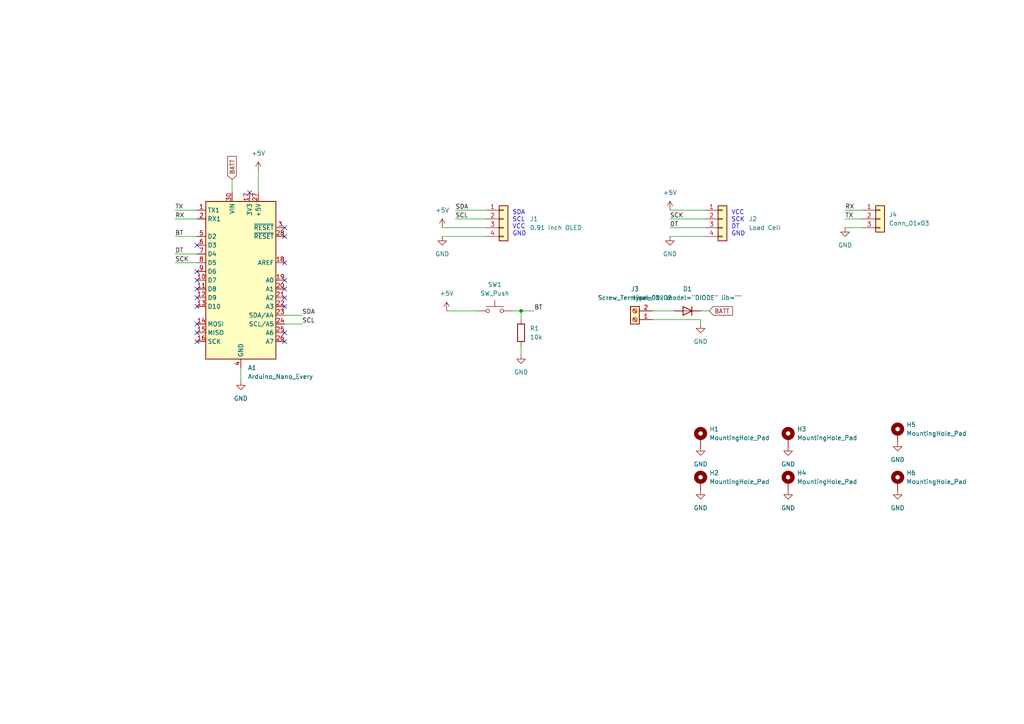
<source format=kicad_sch>
(kicad_sch (version 20211123) (generator eeschema)
  (paper "A4")
  (lib_symbols
    (symbol "Connector:Screw_Terminal_01x02" (pin_names (offset 1.016) hide)
      (property "Reference" "J" (at 0 2.54 0))
      (property "Value" "Screw_Terminal_01x02" (at 0 -5.08 0))
      (symbol "Screw_Terminal_01x02_1_1"
        (rectangle (start -1.27 1.27) (end 1.27 -3.81) (stroke (width 0.254)) (fill (type background)))
        (circle (center 0 -2.54) (radius 0.635) (stroke (width 0.1524)))
        (polyline (pts (xy -0.5334 -2.2098) (xy 0.3302 -3.048)) (stroke (width 0.1524)))
        (polyline (pts (xy -0.5334 0.3302) (xy 0.3302 -0.508)) (stroke (width 0.1524)))
        (polyline (pts (xy -0.3556 -2.032) (xy 0.508 -2.8702)) (stroke (width 0.1524)))
        (polyline (pts (xy -0.3556 0.508) (xy 0.508 -0.3302)) (stroke (width 0.1524)))
        (circle (center 0 0) (radius 0.635) (stroke (width 0.1524)))
        (pin passive line (at -5.08 0 0) (length 3.81) (name "Pin_1") (number "1"))
        (pin passive line (at -5.08 -2.54 0) (length 3.81) (name "Pin_2") (number "2"))
      )
    )
    (symbol "Connector_Generic:Conn_01x03" (pin_names (offset 1.016) hide)
      (property "Reference" "J" (at 0 5.08 0))
      (property "Value" "Conn_01x03" (at 0 -5.08 0))
      (symbol "Conn_01x03_1_1"
        (rectangle (start -1.27 -2.413) (end 0 -2.667) (stroke (width 0.1524)))
        (rectangle (start -1.27 0.127) (end 0 -0.127) (stroke (width 0.1524)))
        (rectangle (start -1.27 2.667) (end 0 2.413) (stroke (width 0.1524)))
        (rectangle (start -1.27 3.81) (end 1.27 -3.81) (stroke (width 0.254)) (fill (type background)))
        (pin passive line (at -5.08 2.54 0) (length 3.81) (name "Pin_1") (number "1"))
        (pin passive line (at -5.08 0 0) (length 3.81) (name "Pin_2") (number "2"))
        (pin passive line (at -5.08 -2.54 0) (length 3.81) (name "Pin_3") (number "3"))
      )
    )
    (symbol "Connector_Generic:Conn_01x04" (pin_names (offset 1.016) hide)
      (property "Reference" "J" (at 0 5.08 0))
      (property "Value" "Conn_01x04" (at 0 -7.62 0))
      (symbol "Conn_01x04_1_1"
        (rectangle (start -1.27 -4.953) (end 0 -5.207) (stroke (width 0.1524)))
        (rectangle (start -1.27 -2.413) (end 0 -2.667) (stroke (width 0.1524)))
        (rectangle (start -1.27 0.127) (end 0 -0.127) (stroke (width 0.1524)))
        (rectangle (start -1.27 2.667) (end 0 2.413) (stroke (width 0.1524)))
        (rectangle (start -1.27 3.81) (end 1.27 -6.35) (stroke (width 0.254)) (fill (type background)))
        (pin passive line (at -5.08 2.54 0) (length 3.81) (name "Pin_1") (number "1"))
        (pin passive line (at -5.08 0 0) (length 3.81) (name "Pin_2") (number "2"))
        (pin passive line (at -5.08 -2.54 0) (length 3.81) (name "Pin_3") (number "3"))
        (pin passive line (at -5.08 -5.08 0) (length 3.81) (name "Pin_4") (number "4"))
      )
    )
    (symbol "Device:R" (pin_numbers hide) (pin_names (offset 0))
      (property "Reference" "R" (at 2.032 0 90))
      (property "Value" "R" (at 0 0 90))
      (symbol "R_0_1"
        (rectangle (start -1.016 -2.54) (end 1.016 2.54) (stroke (width 0.254)))
      )
      (symbol "R_1_1"
        (pin passive line (at 0 3.81 270) (length 1.27) (name "~") (number "1"))
        (pin passive line (at 0 -3.81 90) (length 1.27) (name "~") (number "2"))
      )
    )
    (symbol "MCU_Module:Arduino_Nano_Every"
      (property "Reference" "A" (at -10.16 23.495 0))
      (property "Value" "Arduino_Nano_Every" (at 5.08 -24.13 0))
      (symbol "Arduino_Nano_Every_0_1"
        (rectangle (start -10.16 22.86) (end 10.16 -22.86) (stroke (width 0.254)) (fill (type background)))
      )
      (symbol "Arduino_Nano_Every_1_1"
        (pin bidirectional line (at -12.7 20.32 0) (length 2.54) (name "TX1") (number "1"))
        (pin bidirectional line (at -12.7 0 0) (length 2.54) (name "D7") (number "10"))
        (pin bidirectional line (at -12.7 -2.54 0) (length 2.54) (name "D8") (number "11"))
        (pin bidirectional line (at -12.7 -5.08 0) (length 2.54) (name "D9") (number "12"))
        (pin bidirectional line (at -12.7 -7.62 0) (length 2.54) (name "D10") (number "13"))
        (pin bidirectional line (at -12.7 -12.7 0) (length 2.54) (name "MOSI") (number "14"))
        (pin bidirectional line (at -12.7 -15.24 0) (length 2.54) (name "MISO") (number "15"))
        (pin bidirectional line (at -12.7 -17.78 0) (length 2.54) (name "SCK") (number "16"))
        (pin power_out line (at 2.54 25.4 270) (length 2.54) (name "3V3") (number "17"))
        (pin input line (at 12.7 5.08 180) (length 2.54) (name "AREF") (number "18"))
        (pin bidirectional line (at 12.7 0 180) (length 2.54) (name "A0") (number "19"))
        (pin bidirectional line (at -12.7 17.78 0) (length 2.54) (name "RX1") (number "2"))
        (pin bidirectional line (at 12.7 -2.54 180) (length 2.54) (name "A1") (number "20"))
        (pin bidirectional line (at 12.7 -5.08 180) (length 2.54) (name "A2") (number "21"))
        (pin bidirectional line (at 12.7 -7.62 180) (length 2.54) (name "A3") (number "22"))
        (pin bidirectional line (at 12.7 -10.16 180) (length 2.54) (name "SDA/A4") (number "23"))
        (pin bidirectional line (at 12.7 -12.7 180) (length 2.54) (name "SCL/A5") (number "24"))
        (pin bidirectional line (at 12.7 -15.24 180) (length 2.54) (name "A6") (number "25"))
        (pin bidirectional line (at 12.7 -17.78 180) (length 2.54) (name "A7") (number "26"))
        (pin power_out line (at 5.08 25.4 270) (length 2.54) (name "+5V") (number "27"))
        (pin input line (at 12.7 12.7 180) (length 2.54) (name "~{RESET}") (number "28"))
        (pin passive line (at 0 -25.4 90) (length 2.54) hide (name "GND") (number "29"))
        (pin input line (at 12.7 15.24 180) (length 2.54) (name "~{RESET}") (number "3"))
        (pin power_in line (at -2.54 25.4 270) (length 2.54) (name "VIN") (number "30"))
        (pin power_in line (at 0 -25.4 90) (length 2.54) (name "GND") (number "4"))
        (pin bidirectional line (at -12.7 12.7 0) (length 2.54) (name "D2") (number "5"))
        (pin bidirectional line (at -12.7 10.16 0) (length 2.54) (name "D3") (number "6"))
        (pin bidirectional line (at -12.7 7.62 0) (length 2.54) (name "D4") (number "7"))
        (pin bidirectional line (at -12.7 5.08 0) (length 2.54) (name "D5") (number "8"))
        (pin bidirectional line (at -12.7 2.54 0) (length 2.54) (name "D6") (number "9"))
      )
    )
    (symbol "Mechanical:MountingHole_Pad" (pin_numbers hide) (pin_names (offset 1.016) hide)
      (property "Reference" "H" (at 0 6.35 0))
      (property "Value" "MountingHole_Pad" (at 0 4.445 0))
      (symbol "MountingHole_Pad_0_1"
        (circle (center 0 1.27) (radius 1.27) (stroke (width 1.27)))
      )
      (symbol "MountingHole_Pad_1_1"
        (pin input line (at 0 -2.54 90) (length 2.54) (name "1") (number "1"))
      )
    )
    (symbol "Simulation_SPICE:DIODE" (pin_numbers hide) (pin_names (offset 1.016) hide)
      (property "Reference" "D" (at 0 2.54 0))
      (property "Value" "DIODE" (at 0 -2.54 0))
      (symbol "DIODE_0_1"
        (polyline (pts (xy 1.27 0) (xy -1.27 0)))
        (polyline (pts (xy 1.27 1.27) (xy 1.27 -1.27)) (stroke (width 0.254)))
        (polyline (pts (xy -1.27 -1.27) (xy -1.27 1.27) (xy 1.27 0) (xy -1.27 -1.27)) (stroke (width 0.254)))
      )
      (symbol "DIODE_1_1"
        (pin passive line (at -3.81 0 0) (length 2.54) (name "A") (number "1"))
        (pin passive line (at 3.81 0 180) (length 2.54) (name "K") (number "2"))
      )
    )
    (symbol "Switch:SW_Push" (pin_numbers hide) (pin_names (offset 1.016) hide)
      (property "Reference" "SW" (at 1.27 2.54 0))
      (property "Value" "SW_Push" (at 0 -1.524 0))
      (symbol "SW_Push_0_1"
        (circle (center -2.032 0) (radius 0.508))
        (polyline (pts (xy 0 1.27) (xy 0 3.048)))
        (polyline (pts (xy 2.54 1.27) (xy -2.54 1.27)))
        (circle (center 2.032 0) (radius 0.508))
        (pin passive line (at -5.08 0 0) (length 2.54) (name "1") (number "1"))
        (pin passive line (at 5.08 0 180) (length 2.54) (name "2") (number "2"))
      )
    )
    (symbol "power:+5V" (power) (pin_names (offset 0))
      (property "Value" "+5V" (at 0 3.556 0))
      (symbol "+5V_0_1"
        (polyline (pts (xy -0.762 1.27) (xy 0 2.54)))
        (polyline (pts (xy 0 0) (xy 0 2.54)))
        (polyline (pts (xy 0 2.54) (xy 0.762 1.27)))
      )
      (symbol "+5V_1_1"
        (pin power_in line (at 0 0 90) (length 0) hide (name "+5V") (number "1"))
      )
    )
    (symbol "power:GND" (power) (pin_names (offset 0))
      (property "Value" "GND" (at 0 -3.81 0))
      (symbol "GND_0_1"
        (polyline (pts (xy 0 0) (xy 0 -1.27) (xy 1.27 -1.27) (xy 0 -2.54) (xy -1.27 -1.27) (xy 0 -1.27)))
      )
      (symbol "GND_1_1"
        (pin power_in line (at 0 0 270) (length 0) hide (name "GND") (number "1"))
      )
    )
  )
  (junction (at 151.13 90.17))
  (no_connect (at 57.15 83.82))
  (no_connect (at 57.15 78.74))
  (no_connect (at 82.55 81.28))
  (no_connect (at 57.15 88.9))
  (no_connect (at 82.55 88.9))
  (no_connect (at 57.15 86.36))
  (no_connect (at 82.55 99.06))
  (no_connect (at 57.15 93.98))
  (no_connect (at 72.39 55.88))
  (no_connect (at 82.55 66.04))
  (no_connect (at 57.15 71.12))
  (no_connect (at 82.55 68.58))
  (no_connect (at 82.55 76.2))
  (no_connect (at 57.15 81.28))
  (no_connect (at 82.55 83.82))
  (no_connect (at 57.15 99.06))
  (no_connect (at 82.55 86.36))
  (no_connect (at 82.55 96.52))
  (no_connect (at 57.15 96.52))
  (wire (pts (xy 245.11 60.96) (xy 250.19 60.96)))
  (wire (pts (xy 245.11 63.5) (xy 250.19 63.5)))
  (wire (pts (xy 250.19 66.04) (xy 245.11 66.04)))
  (wire (pts (xy 128.27 66.04) (xy 140.97 66.04)))
  (wire (pts (xy 129.54 90.17) (xy 138.43 90.17)))
  (wire (pts (xy 189.23 90.17) (xy 195.58 90.17)))
  (wire (pts (xy 203.2 90.17) (xy 205.74 90.17)))
  (wire (pts (xy 69.85 106.68) (xy 69.85 110.49)))
  (wire (pts (xy 50.8 60.96) (xy 57.15 60.96)))
  (wire (pts (xy 74.93 49.53) (xy 74.93 55.88)))
  (wire (pts (xy 189.23 92.71) (xy 203.2 92.71)))
  (wire (pts (xy 67.31 52.07) (xy 67.31 55.88)))
  (wire (pts (xy 50.8 73.66) (xy 57.15 73.66)))
  (wire (pts (xy 194.31 63.5) (xy 204.47 63.5)))
  (wire (pts (xy 151.13 100.33) (xy 151.13 102.87)))
  (wire (pts (xy 151.13 90.17) (xy 154.94 90.17)))
  (wire (pts (xy 82.55 93.98) (xy 87.63 93.98)))
  (wire (pts (xy 194.31 66.04) (xy 204.47 66.04)))
  (wire (pts (xy 151.13 90.17) (xy 148.59 90.17)))
  (wire (pts (xy 82.55 91.44) (xy 87.63 91.44)))
  (wire (pts (xy 132.08 60.96) (xy 140.97 60.96)))
  (wire (pts (xy 50.8 63.5) (xy 57.15 63.5)))
  (wire (pts (xy 194.31 68.58) (xy 204.47 68.58)))
  (wire (pts (xy 151.13 92.71) (xy 151.13 90.17)))
  (wire (pts (xy 194.31 60.96) (xy 204.47 60.96)))
  (wire (pts (xy 50.8 68.58) (xy 57.15 68.58)))
  (wire (pts (xy 128.27 68.58) (xy 140.97 68.58)))
  (wire (pts (xy 132.08 63.5) (xy 140.97 63.5)))
  (wire (pts (xy 50.8 76.2) (xy 57.15 76.2)))
  (wire (pts (xy 203.2 93.98) (xy 203.2 92.71)))
  (text "SDA\nSCL\nVCC\nGND" (at 148.59 68.58 0) (effects (font (size 1.27 1.27)) (justify left bottom)))
  (text "VCC\nSCK\nDT\nGND" (at 212.09 68.58 0) (effects (font (size 1.27 1.27)) (justify left bottom)))
  (label "SDA" (at 87.63 91.44 0))
  (label "BT" (at 50.8 68.58 0))
  (label "TX" (at 50.8 60.96 0))
  (label "SCK" (at 194.31 63.5 0))
  (label "SCK" (at 50.8 76.2 0))
  (label "DT" (at 194.31 66.04 0))
  (label "BT" (at 154.94 90.17 0))
  (label "SCL" (at 87.63 93.98 0))
  (label "SCL" (at 132.08 63.5 0))
  (label "RX" (at 50.8 63.5 0))
  (label "RX" (at 245.11 60.96 0))
  (label "TX" (at 245.11 63.5 0))
  (label "DT" (at 50.8 73.66 0))
  (label "SDA" (at 132.08 60.96 0))
  (global_label "BATT" (shape input) (at 67.31 52.07 90) (property "Intersheet References" "${INTERSHEET_REFS}" (effects hide)))
  (global_label "BATT" (shape input) (at 205.74 90.17 0) (property "Intersheet References" "${INTERSHEET_REFS}" (effects hide)))
  (symbol (lib_id "Device:R") (at 151.13 96.52 180) (unit 1)
    (property "Reference" "R1" (at 153.67 95.2499 0) (effects (justify right)))
    (property "Value" "10k" (at 153.67 97.7899 0) (effects (justify right)))
    (property "Footprint" "Resistor_THT:R_Axial_DIN0207_L6.3mm_D2.5mm_P7.62mm_Horizontal" (effects hide))
  )
  (symbol (lib_id "power:GND") (at 245.11 66.04 0) (unit 1)
    (property "Reference" "#PWR0104" (effects hide))
    (property "Value" "GND" (at 245.11 71.12 0))
  )
  (symbol (lib_id "Simulation_SPICE:DIODE") (at 199.39 90.17 0) (unit 1)
    (property "Reference" "D1" (at 199.39 83.82 0))
    (property "Value" "DIODE" (at 199.39 86.36 0))
    (property "Footprint" "Diode_THT:D_DO-41_SOD81_P7.62mm_Horizontal" (effects hide))
    (property "Spice_Netlist_Enabled" "Y" (effects hide))
    (property "Spice_Primitive" "D" (effects hide))
  )
  (symbol (lib_id "power:+5V") (at 194.31 60.96 0) (unit 1)
    (property "Reference" "#PWR07" (effects hide))
    (property "Value" "+5V" (at 194.31 55.88 0))
  )
  (symbol (lib_id "MCU_Module:Arduino_Nano_Every") (at 69.85 81.28 0) (unit 1)
    (property "Reference" "A1" (at 71.8694 106.68 0) (effects (justify left)))
    (property "Value" "Arduino_Nano_Every" (at 71.8694 109.22 0) (effects (justify left)))
    (property "Footprint" "Module:Arduino_Nano" (effects hide))
    (property "Datasheet" "https://content.arduino.cc/assets/NANOEveryV3.0_sch.pdf" (effects hide))
  )
  (symbol (lib_id "Mechanical:MountingHole_Pad") (at 260.35 139.7 0) (unit 1)
    (property "Reference" "H6" (at 262.89 137.1599 0) (effects (justify left)))
    (property "Value" "MountingHole_Pad" (at 262.89 139.6999 0) (effects (justify left)))
  )
  (symbol (lib_id "Mechanical:MountingHole_Pad") (at 203.2 139.7 0) (unit 1)
    (property "Reference" "H2" (at 205.74 137.1599 0) (effects (justify left)))
    (property "Value" "MountingHole_Pad" (at 205.74 139.6999 0) (effects (justify left)))
  )
  (symbol (lib_id "Connector_Generic:Conn_01x04") (at 209.55 63.5 0) (unit 1)
    (property "Reference" "J2" (at 217.17 63.5 0) (effects (justify left)))
    (property "Value" "Load Cell" (at 217.17 66.04 0) (effects (justify left)))
    (property "Footprint" "Library:LoadCellAmplifier" (effects hide))
  )
  (symbol (lib_id "power:GND") (at 228.6 129.54 0) (unit 1)
    (property "Reference" "#PWR0105" (effects hide))
    (property "Value" "GND" (at 228.6 134.62 0))
  )
  (symbol (lib_id "Mechanical:MountingHole_Pad") (at 260.35 125.73 0) (unit 1)
    (property "Reference" "H5" (at 262.89 123.1899 0) (effects (justify left)))
    (property "Value" "MountingHole_Pad" (at 262.89 125.7299 0) (effects (justify left)))
  )
  (symbol (lib_id "power:+5V") (at 74.93 49.53 0) (unit 1)
    (property "Reference" "#PWR02" (effects hide))
    (property "Value" "+5V" (at 74.93 44.45 0))
  )
  (symbol (lib_id "power:GND") (at 203.2 142.24 0) (unit 1)
    (property "Reference" "#PWR0108" (effects hide))
    (property "Value" "GND" (at 203.2 147.32 0))
  )
  (symbol (lib_id "Switch:SW_Push") (at 143.51 90.17 0) (unit 1)
    (property "Reference" "SW1" (at 143.51 82.55 0))
    (property "Value" "SW_Push" (at 143.51 85.09 0))
    (property "Footprint" "Button_Switch_THT:SW_PUSH_6mm_H4.3mm" (effects hide))
  )
  (symbol (lib_id "Mechanical:MountingHole_Pad") (at 228.6 139.7 0) (unit 1)
    (property "Reference" "H4" (at 231.14 137.1599 0) (effects (justify left)))
    (property "Value" "MountingHole_Pad" (at 231.14 139.6999 0) (effects (justify left)))
  )
  (symbol (lib_id "Mechanical:MountingHole_Pad") (at 203.2 127 0) (unit 1)
    (property "Reference" "H1" (at 205.74 124.4599 0) (effects (justify left)))
    (property "Value" "MountingHole_Pad" (at 205.74 126.9999 0) (effects (justify left)))
  )
  (symbol (lib_id "power:GND") (at 128.27 68.58 0) (unit 1)
    (property "Reference" "#PWR04" (effects hide))
    (property "Value" "GND" (at 128.27 73.66 0))
  )
  (symbol (lib_id "power:GND") (at 260.35 142.24 0) (unit 1)
    (property "Reference" "#PWR0103" (effects hide))
    (property "Value" "GND" (at 260.35 147.32 0))
  )
  (symbol (lib_id "power:GND") (at 203.2 93.98 0) (unit 1)
    (property "Reference" "#PWR0101" (effects hide))
    (property "Value" "GND" (at 203.2 99.06 0))
  )
  (symbol (lib_id "Connector:Screw_Terminal_01x02") (at 184.15 92.71 180) (unit 1)
    (property "Reference" "J3" (at 184.15 83.82 0))
    (property "Value" "Screw_Terminal_01x02" (at 184.15 86.36 0))
    (property "Footprint" "TerminalBlock_4Ucon:TerminalBlock_4Ucon_1x02_P3.50mm_Horizontal" (effects hide))
  )
  (symbol (lib_id "Connector_Generic:Conn_01x04") (at 146.05 63.5 0) (unit 1)
    (property "Reference" "J1" (at 153.67 63.5 0) (effects (justify left)))
    (property "Value" "0.91 inch OLED" (at 153.67 66.04 0) (effects (justify left)))
    (property "Footprint" "Library:0.91inch OLED" (effects hide))
  )
  (symbol (lib_id "Connector_Generic:Conn_01x03") (at 255.27 63.5 0) (unit 1)
    (property "Reference" "J4" (at 257.81 62.2299 0) (effects (justify left)))
    (property "Value" "Conn_01x03" (at 257.81 64.7699 0) (effects (justify left)))
  )
  (symbol (lib_id "power:GND") (at 203.2 129.54 0) (unit 1)
    (property "Reference" "#PWR0107" (effects hide))
    (property "Value" "GND" (at 203.2 134.62 0))
  )
  (symbol (lib_id "power:GND") (at 228.6 142.24 0) (unit 1)
    (property "Reference" "#PWR0106" (effects hide))
    (property "Value" "GND" (at 228.6 147.32 0))
  )
  (symbol (lib_id "power:GND") (at 260.35 128.27 0) (unit 1)
    (property "Reference" "#PWR0102" (effects hide))
    (property "Value" "GND" (at 260.35 133.35 0))
  )
  (symbol (lib_id "power:+5V") (at 128.27 66.04 0) (unit 1)
    (property "Reference" "#PWR03" (effects hide))
    (property "Value" "+5V" (at 128.27 60.96 0))
  )
  (symbol (lib_id "power:GND") (at 151.13 102.87 0) (unit 1)
    (property "Reference" "#PWR06" (effects hide))
    (property "Value" "GND" (at 151.13 107.95 0))
  )
  (symbol (lib_id "power:GND") (at 69.85 110.49 0) (unit 1)
    (property "Reference" "#PWR01" (effects hide))
    (property "Value" "GND" (at 69.85 115.57 0))
  )
  (symbol (lib_id "power:+5V") (at 129.54 90.17 0) (unit 1)
    (property "Reference" "#PWR05" (effects hide))
    (property "Value" "+5V" (at 129.54 85.09 0))
  )
  (symbol (lib_id "Mechanical:MountingHole_Pad") (at 228.6 127 0) (unit 1)
    (property "Reference" "H3" (at 231.14 124.4599 0) (effects (justify left)))
    (property "Value" "MountingHole_Pad" (at 231.14 126.9999 0) (effects (justify left)))
  )
  (symbol (lib_id "power:GND") (at 194.31 68.58 0) (unit 1)
    (property "Reference" "#PWR08" (effects hide))
    (property "Value" "GND" (at 194.31 73.66 0))
  )
)
</source>
